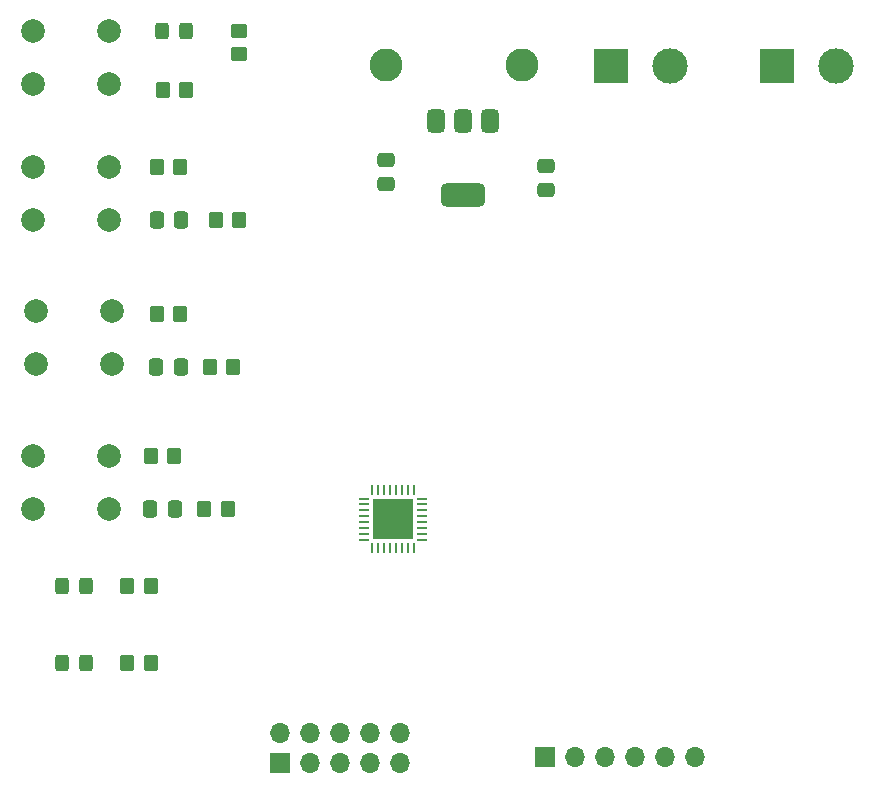
<source format=gbr>
%TF.GenerationSoftware,KiCad,Pcbnew,8.0.5*%
%TF.CreationDate,2024-11-07T20:07:23-06:00*%
%TF.ProjectId,LEDDashboard,4c454444-6173-4686-926f-6172642e6b69,rev?*%
%TF.SameCoordinates,Original*%
%TF.FileFunction,Soldermask,Top*%
%TF.FilePolarity,Negative*%
%FSLAX46Y46*%
G04 Gerber Fmt 4.6, Leading zero omitted, Abs format (unit mm)*
G04 Created by KiCad (PCBNEW 8.0.5) date 2024-11-07 20:07:23*
%MOMM*%
%LPD*%
G01*
G04 APERTURE LIST*
G04 Aperture macros list*
%AMRoundRect*
0 Rectangle with rounded corners*
0 $1 Rounding radius*
0 $2 $3 $4 $5 $6 $7 $8 $9 X,Y pos of 4 corners*
0 Add a 4 corners polygon primitive as box body*
4,1,4,$2,$3,$4,$5,$6,$7,$8,$9,$2,$3,0*
0 Add four circle primitives for the rounded corners*
1,1,$1+$1,$2,$3*
1,1,$1+$1,$4,$5*
1,1,$1+$1,$6,$7*
1,1,$1+$1,$8,$9*
0 Add four rect primitives between the rounded corners*
20,1,$1+$1,$2,$3,$4,$5,0*
20,1,$1+$1,$4,$5,$6,$7,0*
20,1,$1+$1,$6,$7,$8,$9,0*
20,1,$1+$1,$8,$9,$2,$3,0*%
G04 Aperture macros list end*
%ADD10RoundRect,0.375000X-0.375000X0.625000X-0.375000X-0.625000X0.375000X-0.625000X0.375000X0.625000X0*%
%ADD11RoundRect,0.500000X-1.400000X0.500000X-1.400000X-0.500000X1.400000X-0.500000X1.400000X0.500000X0*%
%ADD12C,2.800000*%
%ADD13C,2.000000*%
%ADD14RoundRect,0.250000X-0.350000X-0.450000X0.350000X-0.450000X0.350000X0.450000X-0.350000X0.450000X0*%
%ADD15RoundRect,0.250000X0.350000X0.450000X-0.350000X0.450000X-0.350000X-0.450000X0.350000X-0.450000X0*%
%ADD16RoundRect,0.250000X0.450000X-0.350000X0.450000X0.350000X-0.450000X0.350000X-0.450000X-0.350000X0*%
%ADD17C,3.000000*%
%ADD18R,3.000000X3.000000*%
%ADD19R,1.700000X1.700000*%
%ADD20O,1.700000X1.700000*%
%ADD21RoundRect,0.250000X-0.325000X-0.450000X0.325000X-0.450000X0.325000X0.450000X-0.325000X0.450000X0*%
%ADD22RoundRect,0.250000X-0.337500X-0.475000X0.337500X-0.475000X0.337500X0.475000X-0.337500X0.475000X0*%
%ADD23RoundRect,0.250000X-0.475000X0.337500X-0.475000X-0.337500X0.475000X-0.337500X0.475000X0.337500X0*%
%ADD24RoundRect,0.062500X-0.375000X-0.062500X0.375000X-0.062500X0.375000X0.062500X-0.375000X0.062500X0*%
%ADD25RoundRect,0.062500X-0.062500X-0.375000X0.062500X-0.375000X0.062500X0.375000X-0.062500X0.375000X0*%
%ADD26R,3.450000X3.450000*%
G04 APERTURE END LIST*
D10*
%TO.C,U2*%
X62632500Y-32632500D03*
D11*
X64932500Y-38932500D03*
D10*
X64932500Y-32632500D03*
X67232500Y-32632500D03*
%TD*%
D12*
%TO.C,TP2*%
X58432500Y-27932500D03*
%TD*%
%TO.C,TP1*%
X69932500Y-27932500D03*
%TD*%
D13*
%TO.C,SW4*%
X28500000Y-61000000D03*
X35000000Y-61000000D03*
X28500000Y-65500000D03*
X35000000Y-65500000D03*
%TD*%
%TO.C,SW3*%
X28750000Y-48750000D03*
X35250000Y-48750000D03*
X28750000Y-53250000D03*
X35250000Y-53250000D03*
%TD*%
%TO.C,SW2*%
X28500000Y-36500000D03*
X35000000Y-36500000D03*
X28500000Y-41000000D03*
X35000000Y-41000000D03*
%TD*%
%TO.C,SW1*%
X28500000Y-25000000D03*
X35000000Y-25000000D03*
X28500000Y-29500000D03*
X35000000Y-29500000D03*
%TD*%
D14*
%TO.C,R10*%
X43000000Y-65500000D03*
X45000000Y-65500000D03*
%TD*%
%TO.C,R9*%
X38500000Y-61000000D03*
X40500000Y-61000000D03*
%TD*%
%TO.C,R8*%
X43500000Y-53500000D03*
X45500000Y-53500000D03*
%TD*%
%TO.C,R7*%
X39000000Y-49000000D03*
X41000000Y-49000000D03*
%TD*%
%TO.C,R6*%
X44000000Y-41000000D03*
X46000000Y-41000000D03*
%TD*%
%TO.C,R5*%
X39000000Y-36500000D03*
X41000000Y-36500000D03*
%TD*%
%TO.C,R4*%
X36500000Y-78500000D03*
X38500000Y-78500000D03*
%TD*%
%TO.C,R3*%
X36500000Y-72000000D03*
X38500000Y-72000000D03*
%TD*%
D15*
%TO.C,R2*%
X41500000Y-30000000D03*
X39500000Y-30000000D03*
%TD*%
D16*
%TO.C,R1*%
X46000000Y-27000000D03*
X46000000Y-25000000D03*
%TD*%
D17*
%TO.C,J4*%
X96500000Y-28000000D03*
D18*
X91500000Y-28000000D03*
%TD*%
D17*
%TO.C,J3*%
X82500000Y-28000000D03*
D18*
X77500000Y-28000000D03*
%TD*%
D19*
%TO.C,J2*%
X49460000Y-87000000D03*
D20*
X49460000Y-84460000D03*
X52000000Y-87000000D03*
X52000000Y-84460000D03*
X54540000Y-87000000D03*
X54540000Y-84460000D03*
X57080000Y-87000000D03*
X57080000Y-84460000D03*
X59620000Y-87000000D03*
X59620000Y-84460000D03*
%TD*%
D19*
%TO.C,J1*%
X71880000Y-86500000D03*
D20*
X74420000Y-86500000D03*
X76960000Y-86500000D03*
X79500000Y-86500000D03*
X82040000Y-86500000D03*
X84580000Y-86500000D03*
%TD*%
D21*
%TO.C,D3*%
X30950000Y-78500000D03*
X33000000Y-78500000D03*
%TD*%
%TO.C,D2*%
X31000000Y-72000000D03*
X33050000Y-72000000D03*
%TD*%
%TO.C,D1*%
X39475000Y-25000000D03*
X41525000Y-25000000D03*
%TD*%
D22*
%TO.C,C5*%
X38462500Y-65500000D03*
X40537500Y-65500000D03*
%TD*%
%TO.C,C4*%
X38962500Y-53500000D03*
X41037500Y-53500000D03*
%TD*%
%TO.C,C3*%
X39000000Y-41000000D03*
X41075000Y-41000000D03*
%TD*%
D23*
%TO.C,C2*%
X58432500Y-38007500D03*
X58432500Y-35932500D03*
%TD*%
%TO.C,C1*%
X71932500Y-38507500D03*
X71932500Y-36432500D03*
%TD*%
D24*
%TO.C,U1*%
X56562500Y-64600000D03*
X56562500Y-65100000D03*
X56562500Y-65600000D03*
X56562500Y-66100000D03*
X56562500Y-66600000D03*
X56562500Y-67100000D03*
X56562500Y-67600000D03*
X56562500Y-68100000D03*
D25*
X57250000Y-68787500D03*
X57750000Y-68787500D03*
X58250000Y-68787500D03*
X58750000Y-68787500D03*
X59250000Y-68787500D03*
X59750000Y-68787500D03*
X60250000Y-68787500D03*
X60750000Y-68787500D03*
D24*
X61437500Y-68100000D03*
X61437500Y-67600000D03*
X61437500Y-67100000D03*
X61437500Y-66600000D03*
X61437500Y-66100000D03*
X61437500Y-65600000D03*
X61437500Y-65100000D03*
X61437500Y-64600000D03*
D25*
X60750000Y-63912500D03*
X60250000Y-63912500D03*
X59750000Y-63912500D03*
X59250000Y-63912500D03*
X58750000Y-63912500D03*
X58250000Y-63912500D03*
X57750000Y-63912500D03*
X57250000Y-63912500D03*
D26*
X59000000Y-66350000D03*
%TD*%
M02*

</source>
